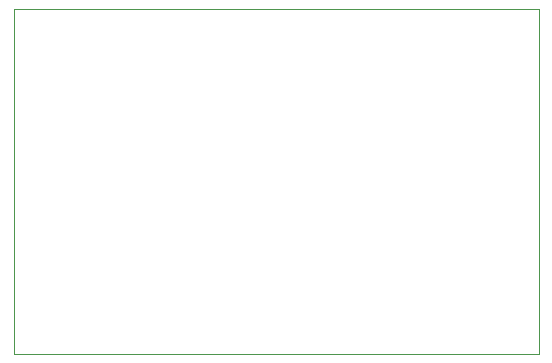
<source format=gbr>
G04 (created by PCBNEW (2013-04-19 BZR 4011)-stable) date 5/10/2013 9:41:03 PM*
%MOIN*%
G04 Gerber Fmt 3.4, Leading zero omitted, Abs format*
%FSLAX34Y34*%
G01*
G70*
G90*
G04 APERTURE LIST*
%ADD10C,0.006*%
%ADD11C,0.00393701*%
G04 APERTURE END LIST*
G54D10*
G54D11*
X88500Y-38000D02*
X71000Y-38000D01*
X88500Y-49500D02*
X88500Y-38000D01*
X71000Y-49500D02*
X88500Y-49500D01*
X71000Y-38000D02*
X71000Y-49500D01*
M02*

</source>
